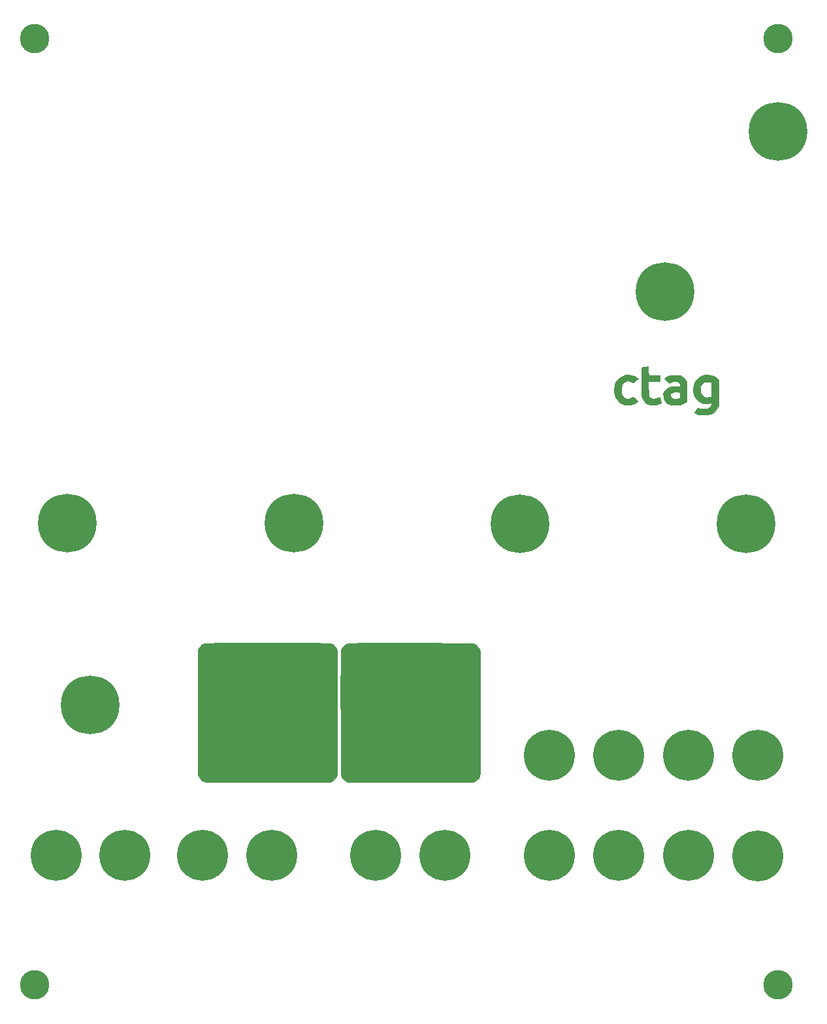
<source format=gbs>
G04 #@! TF.GenerationSoftware,KiCad,Pcbnew,(5.1.2)-1*
G04 #@! TF.CreationDate,2019-05-17T09:45:12+02:00*
G04 #@! TF.ProjectId,frontplate-ctag,66726f6e-7470-46c6-9174-652d63746167,rev?*
G04 #@! TF.SameCoordinates,Original*
G04 #@! TF.FileFunction,Soldermask,Bot*
G04 #@! TF.FilePolarity,Negative*
%FSLAX46Y46*%
G04 Gerber Fmt 4.6, Leading zero omitted, Abs format (unit mm)*
G04 Created by KiCad (PCBNEW (5.1.2)-1) date 2019-05-17 09:45:12*
%MOMM*%
%LPD*%
G04 APERTURE LIST*
%ADD10C,0.010000*%
%ADD11C,7.600000*%
%ADD12C,7.600001*%
%ADD13C,6.600000*%
%ADD14C,6.600001*%
%ADD15C,3.800000*%
G04 APERTURE END LIST*
D10*
G36*
X94545861Y-118339166D02*
G01*
X95161560Y-118339843D01*
X95714175Y-118341075D01*
X96207304Y-118342997D01*
X96644543Y-118345742D01*
X97029490Y-118349442D01*
X97365742Y-118354232D01*
X97656895Y-118360246D01*
X97906548Y-118367615D01*
X98118296Y-118376475D01*
X98295738Y-118386957D01*
X98442470Y-118399197D01*
X98562090Y-118413326D01*
X98658194Y-118429480D01*
X98734380Y-118447790D01*
X98794244Y-118468391D01*
X98841384Y-118491416D01*
X98879398Y-118516998D01*
X98911881Y-118545271D01*
X98942431Y-118576368D01*
X98974646Y-118610423D01*
X99012122Y-118647570D01*
X99025219Y-118659597D01*
X99183058Y-118830515D01*
X99308834Y-119020736D01*
X99332381Y-119068451D01*
X99433380Y-119291947D01*
X99433380Y-127314114D01*
X99433362Y-128282518D01*
X99433283Y-129169900D01*
X99433108Y-129979903D01*
X99432801Y-130716170D01*
X99432326Y-131382347D01*
X99431646Y-131982076D01*
X99430727Y-132519002D01*
X99429531Y-132996768D01*
X99428024Y-133419018D01*
X99426169Y-133789396D01*
X99423930Y-134111547D01*
X99421271Y-134389113D01*
X99418157Y-134625738D01*
X99414552Y-134825068D01*
X99410419Y-134990744D01*
X99405722Y-135126412D01*
X99400426Y-135235715D01*
X99394495Y-135322296D01*
X99387893Y-135389801D01*
X99380584Y-135441872D01*
X99372532Y-135482154D01*
X99363701Y-135514290D01*
X99354055Y-135541925D01*
X99352209Y-135546754D01*
X99226366Y-135777473D01*
X99041837Y-135994879D01*
X98823609Y-136172725D01*
X98680429Y-136252477D01*
X98459713Y-136352280D01*
X90543380Y-136357961D01*
X89727861Y-136358378D01*
X88933277Y-136358455D01*
X88163922Y-136358206D01*
X87424091Y-136357643D01*
X86718077Y-136356782D01*
X86050175Y-136355635D01*
X85424680Y-136354217D01*
X84845884Y-136352541D01*
X84318084Y-136350620D01*
X83845572Y-136348469D01*
X83432643Y-136346102D01*
X83083591Y-136343531D01*
X82802711Y-136340771D01*
X82594297Y-136337835D01*
X82462642Y-136334737D01*
X82414487Y-136332015D01*
X82119819Y-136247046D01*
X81853383Y-136090721D01*
X81630476Y-135875357D01*
X81466391Y-135613271D01*
X81437725Y-135545464D01*
X81427985Y-135518309D01*
X81419062Y-135487101D01*
X81410920Y-135448197D01*
X81403522Y-135397954D01*
X81396834Y-135332729D01*
X81390820Y-135248880D01*
X81385444Y-135142763D01*
X81380669Y-135010736D01*
X81376462Y-134849155D01*
X81372785Y-134654379D01*
X81369603Y-134422763D01*
X81366881Y-134150666D01*
X81364583Y-133834444D01*
X81362672Y-133470455D01*
X81361114Y-133055056D01*
X81359872Y-132584603D01*
X81358912Y-132055455D01*
X81358196Y-131463967D01*
X81357690Y-130806498D01*
X81357358Y-130079404D01*
X81357164Y-129279043D01*
X81357072Y-128401772D01*
X81357047Y-127443947D01*
X81357047Y-119291947D01*
X81475840Y-119050036D01*
X81579575Y-118878975D01*
X81711696Y-118713407D01*
X81785105Y-118640465D01*
X81823382Y-118604617D01*
X81855717Y-118571717D01*
X81885707Y-118541639D01*
X81916948Y-118514257D01*
X81953038Y-118489446D01*
X81997574Y-118467079D01*
X82054153Y-118447030D01*
X82126370Y-118429175D01*
X82217825Y-118413387D01*
X82332112Y-118399541D01*
X82472830Y-118387511D01*
X82643574Y-118377170D01*
X82847943Y-118368394D01*
X83089532Y-118361057D01*
X83371940Y-118355032D01*
X83698762Y-118350195D01*
X84073595Y-118346419D01*
X84500037Y-118343578D01*
X84981685Y-118341547D01*
X85522135Y-118340200D01*
X86124984Y-118339412D01*
X86793829Y-118339056D01*
X87532267Y-118339007D01*
X88343896Y-118339139D01*
X89232311Y-118339326D01*
X90201110Y-118339443D01*
X90395213Y-118339447D01*
X91380287Y-118339347D01*
X92284292Y-118339135D01*
X93110824Y-118338945D01*
X93863482Y-118338911D01*
X94545861Y-118339166D01*
X94545861Y-118339166D01*
G37*
X94545861Y-118339166D02*
X95161560Y-118339843D01*
X95714175Y-118341075D01*
X96207304Y-118342997D01*
X96644543Y-118345742D01*
X97029490Y-118349442D01*
X97365742Y-118354232D01*
X97656895Y-118360246D01*
X97906548Y-118367615D01*
X98118296Y-118376475D01*
X98295738Y-118386957D01*
X98442470Y-118399197D01*
X98562090Y-118413326D01*
X98658194Y-118429480D01*
X98734380Y-118447790D01*
X98794244Y-118468391D01*
X98841384Y-118491416D01*
X98879398Y-118516998D01*
X98911881Y-118545271D01*
X98942431Y-118576368D01*
X98974646Y-118610423D01*
X99012122Y-118647570D01*
X99025219Y-118659597D01*
X99183058Y-118830515D01*
X99308834Y-119020736D01*
X99332381Y-119068451D01*
X99433380Y-119291947D01*
X99433380Y-127314114D01*
X99433362Y-128282518D01*
X99433283Y-129169900D01*
X99433108Y-129979903D01*
X99432801Y-130716170D01*
X99432326Y-131382347D01*
X99431646Y-131982076D01*
X99430727Y-132519002D01*
X99429531Y-132996768D01*
X99428024Y-133419018D01*
X99426169Y-133789396D01*
X99423930Y-134111547D01*
X99421271Y-134389113D01*
X99418157Y-134625738D01*
X99414552Y-134825068D01*
X99410419Y-134990744D01*
X99405722Y-135126412D01*
X99400426Y-135235715D01*
X99394495Y-135322296D01*
X99387893Y-135389801D01*
X99380584Y-135441872D01*
X99372532Y-135482154D01*
X99363701Y-135514290D01*
X99354055Y-135541925D01*
X99352209Y-135546754D01*
X99226366Y-135777473D01*
X99041837Y-135994879D01*
X98823609Y-136172725D01*
X98680429Y-136252477D01*
X98459713Y-136352280D01*
X90543380Y-136357961D01*
X89727861Y-136358378D01*
X88933277Y-136358455D01*
X88163922Y-136358206D01*
X87424091Y-136357643D01*
X86718077Y-136356782D01*
X86050175Y-136355635D01*
X85424680Y-136354217D01*
X84845884Y-136352541D01*
X84318084Y-136350620D01*
X83845572Y-136348469D01*
X83432643Y-136346102D01*
X83083591Y-136343531D01*
X82802711Y-136340771D01*
X82594297Y-136337835D01*
X82462642Y-136334737D01*
X82414487Y-136332015D01*
X82119819Y-136247046D01*
X81853383Y-136090721D01*
X81630476Y-135875357D01*
X81466391Y-135613271D01*
X81437725Y-135545464D01*
X81427985Y-135518309D01*
X81419062Y-135487101D01*
X81410920Y-135448197D01*
X81403522Y-135397954D01*
X81396834Y-135332729D01*
X81390820Y-135248880D01*
X81385444Y-135142763D01*
X81380669Y-135010736D01*
X81376462Y-134849155D01*
X81372785Y-134654379D01*
X81369603Y-134422763D01*
X81366881Y-134150666D01*
X81364583Y-133834444D01*
X81362672Y-133470455D01*
X81361114Y-133055056D01*
X81359872Y-132584603D01*
X81358912Y-132055455D01*
X81358196Y-131463967D01*
X81357690Y-130806498D01*
X81357358Y-130079404D01*
X81357164Y-129279043D01*
X81357072Y-128401772D01*
X81357047Y-127443947D01*
X81357047Y-119291947D01*
X81475840Y-119050036D01*
X81579575Y-118878975D01*
X81711696Y-118713407D01*
X81785105Y-118640465D01*
X81823382Y-118604617D01*
X81855717Y-118571717D01*
X81885707Y-118541639D01*
X81916948Y-118514257D01*
X81953038Y-118489446D01*
X81997574Y-118467079D01*
X82054153Y-118447030D01*
X82126370Y-118429175D01*
X82217825Y-118413387D01*
X82332112Y-118399541D01*
X82472830Y-118387511D01*
X82643574Y-118377170D01*
X82847943Y-118368394D01*
X83089532Y-118361057D01*
X83371940Y-118355032D01*
X83698762Y-118350195D01*
X84073595Y-118346419D01*
X84500037Y-118343578D01*
X84981685Y-118341547D01*
X85522135Y-118340200D01*
X86124984Y-118339412D01*
X86793829Y-118339056D01*
X87532267Y-118339007D01*
X88343896Y-118339139D01*
X89232311Y-118339326D01*
X90201110Y-118339443D01*
X90395213Y-118339447D01*
X91380287Y-118339347D01*
X92284292Y-118339135D01*
X93110824Y-118338945D01*
X93863482Y-118338911D01*
X94545861Y-118339166D01*
G36*
X105171617Y-118344373D02*
G01*
X105880537Y-118345016D01*
X106661090Y-118346008D01*
X107516901Y-118347248D01*
X108451596Y-118348634D01*
X109046199Y-118349486D01*
X117001713Y-118360614D01*
X117222429Y-118460417D01*
X117449050Y-118599971D01*
X117657673Y-118795581D01*
X117823313Y-119020999D01*
X117894209Y-119166139D01*
X117904044Y-119193450D01*
X117913052Y-119224607D01*
X117921268Y-119263269D01*
X117928730Y-119313095D01*
X117935472Y-119377744D01*
X117941532Y-119460875D01*
X117946946Y-119566148D01*
X117951751Y-119697221D01*
X117955982Y-119857754D01*
X117959676Y-120051406D01*
X117962869Y-120281835D01*
X117965599Y-120552702D01*
X117967900Y-120867664D01*
X117969810Y-121230382D01*
X117971365Y-121644515D01*
X117972601Y-122113720D01*
X117973554Y-122641659D01*
X117974262Y-123231989D01*
X117974759Y-123888371D01*
X117975083Y-124614462D01*
X117975271Y-125413922D01*
X117975357Y-126290411D01*
X117975380Y-127247587D01*
X117975380Y-127335280D01*
X117975419Y-128312759D01*
X117975472Y-129209209D01*
X117975442Y-130028269D01*
X117975232Y-130773576D01*
X117974746Y-131448770D01*
X117973885Y-132057487D01*
X117972555Y-132603366D01*
X117970657Y-133090046D01*
X117968095Y-133521164D01*
X117964771Y-133900358D01*
X117960590Y-134231267D01*
X117955454Y-134517528D01*
X117949266Y-134762780D01*
X117941930Y-134970660D01*
X117933348Y-135144808D01*
X117923424Y-135288861D01*
X117912061Y-135406456D01*
X117899162Y-135501233D01*
X117884631Y-135576830D01*
X117868369Y-135636883D01*
X117850281Y-135685033D01*
X117830269Y-135724916D01*
X117808237Y-135760170D01*
X117784088Y-135794435D01*
X117757725Y-135831347D01*
X117748828Y-135844280D01*
X117604371Y-136007562D01*
X117410541Y-136161381D01*
X117201306Y-136281349D01*
X117072719Y-136329737D01*
X117007632Y-136335813D01*
X116857941Y-136341394D01*
X116623707Y-136346480D01*
X116304992Y-136351071D01*
X115901857Y-136355167D01*
X115414364Y-136358767D01*
X114842574Y-136361871D01*
X114186548Y-136364478D01*
X113446347Y-136366589D01*
X112622034Y-136368203D01*
X111713668Y-136369319D01*
X110721313Y-136369938D01*
X109645028Y-136370059D01*
X108894880Y-136369869D01*
X107914608Y-136369428D01*
X107015493Y-136368878D01*
X106194027Y-136368191D01*
X105446700Y-136367338D01*
X104770004Y-136366291D01*
X104160428Y-136365021D01*
X103614465Y-136363499D01*
X103128605Y-136361699D01*
X102699340Y-136359590D01*
X102323159Y-136357145D01*
X101996554Y-136354334D01*
X101716016Y-136351131D01*
X101478036Y-136347506D01*
X101279104Y-136343431D01*
X101115712Y-136338877D01*
X100984350Y-136333816D01*
X100881510Y-136328219D01*
X100803683Y-136322059D01*
X100747359Y-136315306D01*
X100709029Y-136307933D01*
X100693837Y-136303424D01*
X100492664Y-136198411D01*
X100292544Y-136036240D01*
X100118720Y-135840889D01*
X100000046Y-135644443D01*
X99899047Y-135420947D01*
X99887846Y-127483447D01*
X99886505Y-126392451D01*
X99885685Y-125384892D01*
X99885391Y-124459541D01*
X99885627Y-123615170D01*
X99886400Y-122850549D01*
X99887713Y-122164452D01*
X99889572Y-121555648D01*
X99891983Y-121022911D01*
X99894950Y-120565010D01*
X99898478Y-120180718D01*
X99902573Y-119868807D01*
X99907239Y-119628047D01*
X99912482Y-119457210D01*
X99918307Y-119355068D01*
X99921772Y-119327668D01*
X100015001Y-119062509D01*
X100172323Y-118815920D01*
X100374366Y-118617140D01*
X100409220Y-118591951D01*
X100451528Y-118561734D01*
X100489317Y-118534005D01*
X100526214Y-118508661D01*
X100565844Y-118485601D01*
X100611834Y-118464723D01*
X100667810Y-118445925D01*
X100737398Y-118429106D01*
X100824225Y-118414164D01*
X100931917Y-118400996D01*
X101064099Y-118389502D01*
X101224399Y-118379578D01*
X101416443Y-118371125D01*
X101643856Y-118364039D01*
X101910265Y-118358219D01*
X102219296Y-118353563D01*
X102574575Y-118349969D01*
X102979729Y-118347336D01*
X103438384Y-118345562D01*
X103954167Y-118344545D01*
X104530702Y-118344182D01*
X105171617Y-118344373D01*
X105171617Y-118344373D01*
G37*
X105171617Y-118344373D02*
X105880537Y-118345016D01*
X106661090Y-118346008D01*
X107516901Y-118347248D01*
X108451596Y-118348634D01*
X109046199Y-118349486D01*
X117001713Y-118360614D01*
X117222429Y-118460417D01*
X117449050Y-118599971D01*
X117657673Y-118795581D01*
X117823313Y-119020999D01*
X117894209Y-119166139D01*
X117904044Y-119193450D01*
X117913052Y-119224607D01*
X117921268Y-119263269D01*
X117928730Y-119313095D01*
X117935472Y-119377744D01*
X117941532Y-119460875D01*
X117946946Y-119566148D01*
X117951751Y-119697221D01*
X117955982Y-119857754D01*
X117959676Y-120051406D01*
X117962869Y-120281835D01*
X117965599Y-120552702D01*
X117967900Y-120867664D01*
X117969810Y-121230382D01*
X117971365Y-121644515D01*
X117972601Y-122113720D01*
X117973554Y-122641659D01*
X117974262Y-123231989D01*
X117974759Y-123888371D01*
X117975083Y-124614462D01*
X117975271Y-125413922D01*
X117975357Y-126290411D01*
X117975380Y-127247587D01*
X117975380Y-127335280D01*
X117975419Y-128312759D01*
X117975472Y-129209209D01*
X117975442Y-130028269D01*
X117975232Y-130773576D01*
X117974746Y-131448770D01*
X117973885Y-132057487D01*
X117972555Y-132603366D01*
X117970657Y-133090046D01*
X117968095Y-133521164D01*
X117964771Y-133900358D01*
X117960590Y-134231267D01*
X117955454Y-134517528D01*
X117949266Y-134762780D01*
X117941930Y-134970660D01*
X117933348Y-135144808D01*
X117923424Y-135288861D01*
X117912061Y-135406456D01*
X117899162Y-135501233D01*
X117884631Y-135576830D01*
X117868369Y-135636883D01*
X117850281Y-135685033D01*
X117830269Y-135724916D01*
X117808237Y-135760170D01*
X117784088Y-135794435D01*
X117757725Y-135831347D01*
X117748828Y-135844280D01*
X117604371Y-136007562D01*
X117410541Y-136161381D01*
X117201306Y-136281349D01*
X117072719Y-136329737D01*
X117007632Y-136335813D01*
X116857941Y-136341394D01*
X116623707Y-136346480D01*
X116304992Y-136351071D01*
X115901857Y-136355167D01*
X115414364Y-136358767D01*
X114842574Y-136361871D01*
X114186548Y-136364478D01*
X113446347Y-136366589D01*
X112622034Y-136368203D01*
X111713668Y-136369319D01*
X110721313Y-136369938D01*
X109645028Y-136370059D01*
X108894880Y-136369869D01*
X107914608Y-136369428D01*
X107015493Y-136368878D01*
X106194027Y-136368191D01*
X105446700Y-136367338D01*
X104770004Y-136366291D01*
X104160428Y-136365021D01*
X103614465Y-136363499D01*
X103128605Y-136361699D01*
X102699340Y-136359590D01*
X102323159Y-136357145D01*
X101996554Y-136354334D01*
X101716016Y-136351131D01*
X101478036Y-136347506D01*
X101279104Y-136343431D01*
X101115712Y-136338877D01*
X100984350Y-136333816D01*
X100881510Y-136328219D01*
X100803683Y-136322059D01*
X100747359Y-136315306D01*
X100709029Y-136307933D01*
X100693837Y-136303424D01*
X100492664Y-136198411D01*
X100292544Y-136036240D01*
X100118720Y-135840889D01*
X100000046Y-135644443D01*
X99899047Y-135420947D01*
X99887846Y-127483447D01*
X99886505Y-126392451D01*
X99885685Y-125384892D01*
X99885391Y-124459541D01*
X99885627Y-123615170D01*
X99886400Y-122850549D01*
X99887713Y-122164452D01*
X99889572Y-121555648D01*
X99891983Y-121022911D01*
X99894950Y-120565010D01*
X99898478Y-120180718D01*
X99902573Y-119868807D01*
X99907239Y-119628047D01*
X99912482Y-119457210D01*
X99918307Y-119355068D01*
X99921772Y-119327668D01*
X100015001Y-119062509D01*
X100172323Y-118815920D01*
X100374366Y-118617140D01*
X100409220Y-118591951D01*
X100451528Y-118561734D01*
X100489317Y-118534005D01*
X100526214Y-118508661D01*
X100565844Y-118485601D01*
X100611834Y-118464723D01*
X100667810Y-118445925D01*
X100737398Y-118429106D01*
X100824225Y-118414164D01*
X100931917Y-118400996D01*
X101064099Y-118389502D01*
X101224399Y-118379578D01*
X101416443Y-118371125D01*
X101643856Y-118364039D01*
X101910265Y-118358219D01*
X102219296Y-118353563D01*
X102574575Y-118349969D01*
X102979729Y-118347336D01*
X103438384Y-118345562D01*
X103954167Y-118344545D01*
X104530702Y-118344182D01*
X105171617Y-118344373D01*
G36*
X147809676Y-83664528D02*
G01*
X148161665Y-83777781D01*
X148495932Y-83970080D01*
X148679824Y-84114527D01*
X148861934Y-84271467D01*
X148836380Y-87668947D01*
X148726266Y-87903712D01*
X148566088Y-88179137D01*
X148366570Y-88398800D01*
X148120923Y-88565962D01*
X147822360Y-88683882D01*
X147464089Y-88755821D01*
X147039324Y-88785037D01*
X146889047Y-88785902D01*
X146672961Y-88781315D01*
X146472496Y-88771622D01*
X146311607Y-88758302D01*
X146221639Y-88744719D01*
X146077422Y-88699530D01*
X145922587Y-88635320D01*
X145892318Y-88620480D01*
X145722405Y-88533797D01*
X145878763Y-88249538D01*
X145974539Y-88076002D01*
X146041730Y-87965096D01*
X146094060Y-87906113D01*
X146145253Y-87888347D01*
X146209035Y-87901091D01*
X146288600Y-87929817D01*
X146416276Y-87963203D01*
X146594320Y-87993198D01*
X146788461Y-88014260D01*
X146827882Y-88017018D01*
X147174546Y-88015786D01*
X147454959Y-87963877D01*
X147671557Y-87860115D01*
X147826777Y-87703323D01*
X147923057Y-87492325D01*
X147924350Y-87487716D01*
X147963885Y-87332121D01*
X147968619Y-87244997D01*
X147929314Y-87214101D01*
X147836731Y-87227187D01*
X147746873Y-87252507D01*
X147498638Y-87298527D01*
X147213299Y-87307937D01*
X146923205Y-87282785D01*
X146660701Y-87225118D01*
X146529213Y-87175443D01*
X146210448Y-86983405D01*
X145953531Y-86734145D01*
X145760018Y-86429885D01*
X145631468Y-86072846D01*
X145585513Y-85829296D01*
X145571384Y-85514539D01*
X146490167Y-85514539D01*
X146505412Y-85785893D01*
X146528252Y-85887514D01*
X146606138Y-86066931D01*
X146729534Y-86246431D01*
X146875874Y-86398003D01*
X147013349Y-86489610D01*
X147159705Y-86525911D01*
X147352818Y-86534256D01*
X147560100Y-86516237D01*
X147748965Y-86473443D01*
X147809797Y-86450728D01*
X147968547Y-86382100D01*
X147968547Y-84614087D01*
X147856304Y-84554017D01*
X147740508Y-84518829D01*
X147562510Y-84498173D01*
X147419296Y-84493947D01*
X147239835Y-84498172D01*
X147115224Y-84515278D01*
X147015878Y-84551909D01*
X146927709Y-84604343D01*
X146756280Y-84764701D01*
X146621968Y-84983489D01*
X146531141Y-85240253D01*
X146490167Y-85514539D01*
X145571384Y-85514539D01*
X145566581Y-85407550D01*
X145620896Y-85015291D01*
X145743088Y-84658928D01*
X145927786Y-84344874D01*
X146169620Y-84079536D01*
X146463218Y-83869326D01*
X146803211Y-83720653D01*
X147184227Y-83639927D01*
X147430880Y-83626775D01*
X147809676Y-83664528D01*
X147809676Y-83664528D01*
G37*
X147809676Y-83664528D02*
X148161665Y-83777781D01*
X148495932Y-83970080D01*
X148679824Y-84114527D01*
X148861934Y-84271467D01*
X148836380Y-87668947D01*
X148726266Y-87903712D01*
X148566088Y-88179137D01*
X148366570Y-88398800D01*
X148120923Y-88565962D01*
X147822360Y-88683882D01*
X147464089Y-88755821D01*
X147039324Y-88785037D01*
X146889047Y-88785902D01*
X146672961Y-88781315D01*
X146472496Y-88771622D01*
X146311607Y-88758302D01*
X146221639Y-88744719D01*
X146077422Y-88699530D01*
X145922587Y-88635320D01*
X145892318Y-88620480D01*
X145722405Y-88533797D01*
X145878763Y-88249538D01*
X145974539Y-88076002D01*
X146041730Y-87965096D01*
X146094060Y-87906113D01*
X146145253Y-87888347D01*
X146209035Y-87901091D01*
X146288600Y-87929817D01*
X146416276Y-87963203D01*
X146594320Y-87993198D01*
X146788461Y-88014260D01*
X146827882Y-88017018D01*
X147174546Y-88015786D01*
X147454959Y-87963877D01*
X147671557Y-87860115D01*
X147826777Y-87703323D01*
X147923057Y-87492325D01*
X147924350Y-87487716D01*
X147963885Y-87332121D01*
X147968619Y-87244997D01*
X147929314Y-87214101D01*
X147836731Y-87227187D01*
X147746873Y-87252507D01*
X147498638Y-87298527D01*
X147213299Y-87307937D01*
X146923205Y-87282785D01*
X146660701Y-87225118D01*
X146529213Y-87175443D01*
X146210448Y-86983405D01*
X145953531Y-86734145D01*
X145760018Y-86429885D01*
X145631468Y-86072846D01*
X145585513Y-85829296D01*
X145571384Y-85514539D01*
X146490167Y-85514539D01*
X146505412Y-85785893D01*
X146528252Y-85887514D01*
X146606138Y-86066931D01*
X146729534Y-86246431D01*
X146875874Y-86398003D01*
X147013349Y-86489610D01*
X147159705Y-86525911D01*
X147352818Y-86534256D01*
X147560100Y-86516237D01*
X147748965Y-86473443D01*
X147809797Y-86450728D01*
X147968547Y-86382100D01*
X147968547Y-84614087D01*
X147856304Y-84554017D01*
X147740508Y-84518829D01*
X147562510Y-84498173D01*
X147419296Y-84493947D01*
X147239835Y-84498172D01*
X147115224Y-84515278D01*
X147015878Y-84551909D01*
X146927709Y-84604343D01*
X146756280Y-84764701D01*
X146621968Y-84983489D01*
X146531141Y-85240253D01*
X146490167Y-85514539D01*
X145571384Y-85514539D01*
X145566581Y-85407550D01*
X145620896Y-85015291D01*
X145743088Y-84658928D01*
X145927786Y-84344874D01*
X146169620Y-84079536D01*
X146463218Y-83869326D01*
X146803211Y-83720653D01*
X147184227Y-83639927D01*
X147430880Y-83626775D01*
X147809676Y-83664528D01*
G36*
X137562721Y-83654089D02*
G01*
X137926811Y-83782939D01*
X137956713Y-83797381D01*
X138106703Y-83876985D01*
X138240146Y-83957349D01*
X138315748Y-84011382D01*
X138420783Y-84100032D01*
X138231082Y-84266681D01*
X138098844Y-84380822D01*
X137967633Y-84490899D01*
X137904523Y-84542193D01*
X137767666Y-84651054D01*
X137569182Y-84519584D01*
X137338011Y-84411784D01*
X137100415Y-84381109D01*
X136869390Y-84422276D01*
X136657934Y-84530000D01*
X136479043Y-84698998D01*
X136345715Y-84923987D01*
X136306757Y-85032805D01*
X136270447Y-85213891D01*
X136249369Y-85441427D01*
X136244175Y-85683359D01*
X136255523Y-85907630D01*
X136284066Y-86082184D01*
X136285225Y-86086427D01*
X136395691Y-86334523D01*
X136569919Y-86533599D01*
X136796553Y-86673701D01*
X137031192Y-86740433D01*
X137204974Y-86735139D01*
X137402812Y-86681873D01*
X137589021Y-86592652D01*
X137689535Y-86518717D01*
X137728387Y-86491659D01*
X137771840Y-86490477D01*
X137834458Y-86522739D01*
X137930807Y-86596016D01*
X138075452Y-86717876D01*
X138079587Y-86721417D01*
X138212779Y-86840163D01*
X138315939Y-86941086D01*
X138375581Y-87010475D01*
X138384779Y-87031682D01*
X138336609Y-87092655D01*
X138229701Y-87173123D01*
X138084030Y-87261396D01*
X137919573Y-87345789D01*
X137756306Y-87414614D01*
X137694350Y-87435618D01*
X137353453Y-87503824D01*
X136991543Y-87511837D01*
X136647320Y-87458935D01*
X136633825Y-87455369D01*
X136272100Y-87318002D01*
X135964985Y-87116862D01*
X135714763Y-86854735D01*
X135523715Y-86534408D01*
X135394122Y-86158667D01*
X135343035Y-85879078D01*
X135323899Y-85438126D01*
X135382338Y-85030777D01*
X135518661Y-84656021D01*
X135733175Y-84312846D01*
X135868165Y-84154586D01*
X136153929Y-83908073D01*
X136477175Y-83732901D01*
X136826995Y-83630936D01*
X137192479Y-83604044D01*
X137562721Y-83654089D01*
X137562721Y-83654089D01*
G37*
X137562721Y-83654089D02*
X137926811Y-83782939D01*
X137956713Y-83797381D01*
X138106703Y-83876985D01*
X138240146Y-83957349D01*
X138315748Y-84011382D01*
X138420783Y-84100032D01*
X138231082Y-84266681D01*
X138098844Y-84380822D01*
X137967633Y-84490899D01*
X137904523Y-84542193D01*
X137767666Y-84651054D01*
X137569182Y-84519584D01*
X137338011Y-84411784D01*
X137100415Y-84381109D01*
X136869390Y-84422276D01*
X136657934Y-84530000D01*
X136479043Y-84698998D01*
X136345715Y-84923987D01*
X136306757Y-85032805D01*
X136270447Y-85213891D01*
X136249369Y-85441427D01*
X136244175Y-85683359D01*
X136255523Y-85907630D01*
X136284066Y-86082184D01*
X136285225Y-86086427D01*
X136395691Y-86334523D01*
X136569919Y-86533599D01*
X136796553Y-86673701D01*
X137031192Y-86740433D01*
X137204974Y-86735139D01*
X137402812Y-86681873D01*
X137589021Y-86592652D01*
X137689535Y-86518717D01*
X137728387Y-86491659D01*
X137771840Y-86490477D01*
X137834458Y-86522739D01*
X137930807Y-86596016D01*
X138075452Y-86717876D01*
X138079587Y-86721417D01*
X138212779Y-86840163D01*
X138315939Y-86941086D01*
X138375581Y-87010475D01*
X138384779Y-87031682D01*
X138336609Y-87092655D01*
X138229701Y-87173123D01*
X138084030Y-87261396D01*
X137919573Y-87345789D01*
X137756306Y-87414614D01*
X137694350Y-87435618D01*
X137353453Y-87503824D01*
X136991543Y-87511837D01*
X136647320Y-87458935D01*
X136633825Y-87455369D01*
X136272100Y-87318002D01*
X135964985Y-87116862D01*
X135714763Y-86854735D01*
X135523715Y-86534408D01*
X135394122Y-86158667D01*
X135343035Y-85879078D01*
X135323899Y-85438126D01*
X135382338Y-85030777D01*
X135518661Y-84656021D01*
X135733175Y-84312846D01*
X135868165Y-84154586D01*
X136153929Y-83908073D01*
X136477175Y-83732901D01*
X136826995Y-83630936D01*
X137192479Y-83604044D01*
X137562721Y-83654089D01*
G36*
X139722952Y-82543134D02*
G01*
X139740312Y-82582398D01*
X139751220Y-82663446D01*
X139758046Y-82798894D01*
X139763159Y-83001361D01*
X139765241Y-83103248D01*
X139777047Y-83689614D01*
X140507297Y-83701196D01*
X141237547Y-83712779D01*
X141237547Y-84472780D01*
X139748723Y-84472780D01*
X139762885Y-85400773D01*
X139767733Y-85703812D01*
X139772698Y-85933919D01*
X139779130Y-86102819D01*
X139788380Y-86222238D01*
X139801800Y-86303901D01*
X139820741Y-86359533D01*
X139846555Y-86400861D01*
X139880592Y-86439609D01*
X139882880Y-86442060D01*
X139991885Y-86536349D01*
X140126736Y-86625357D01*
X140154609Y-86640406D01*
X140311209Y-86693972D01*
X140494148Y-86701868D01*
X140718326Y-86663139D01*
X140965437Y-86588395D01*
X141094542Y-86545985D01*
X141185853Y-86519796D01*
X141216978Y-86515254D01*
X141229250Y-86558454D01*
X141255419Y-86664979D01*
X141290811Y-86815550D01*
X141308579Y-86892888D01*
X141392306Y-87259830D01*
X141283176Y-87310234D01*
X141025527Y-87402795D01*
X140727599Y-87468004D01*
X140420569Y-87501847D01*
X140135610Y-87500310D01*
X139976966Y-87478431D01*
X139690894Y-87380068D01*
X139424222Y-87217763D01*
X139195547Y-87006956D01*
X139023471Y-86763085D01*
X138966896Y-86640015D01*
X138948603Y-86585153D01*
X138933317Y-86519777D01*
X138920689Y-86435827D01*
X138910372Y-86325239D01*
X138902015Y-86179950D01*
X138895270Y-85991898D01*
X138889789Y-85753020D01*
X138885223Y-85455253D01*
X138881223Y-85090535D01*
X138877440Y-84650803D01*
X138876689Y-84554549D01*
X138862159Y-82667818D01*
X139213770Y-82614953D01*
X139389022Y-82587616D01*
X139541399Y-82562084D01*
X139643996Y-82542915D01*
X139659407Y-82539485D01*
X139696774Y-82533036D01*
X139722952Y-82543134D01*
X139722952Y-82543134D01*
G37*
X139722952Y-82543134D02*
X139740312Y-82582398D01*
X139751220Y-82663446D01*
X139758046Y-82798894D01*
X139763159Y-83001361D01*
X139765241Y-83103248D01*
X139777047Y-83689614D01*
X140507297Y-83701196D01*
X141237547Y-83712779D01*
X141237547Y-84472780D01*
X139748723Y-84472780D01*
X139762885Y-85400773D01*
X139767733Y-85703812D01*
X139772698Y-85933919D01*
X139779130Y-86102819D01*
X139788380Y-86222238D01*
X139801800Y-86303901D01*
X139820741Y-86359533D01*
X139846555Y-86400861D01*
X139880592Y-86439609D01*
X139882880Y-86442060D01*
X139991885Y-86536349D01*
X140126736Y-86625357D01*
X140154609Y-86640406D01*
X140311209Y-86693972D01*
X140494148Y-86701868D01*
X140718326Y-86663139D01*
X140965437Y-86588395D01*
X141094542Y-86545985D01*
X141185853Y-86519796D01*
X141216978Y-86515254D01*
X141229250Y-86558454D01*
X141255419Y-86664979D01*
X141290811Y-86815550D01*
X141308579Y-86892888D01*
X141392306Y-87259830D01*
X141283176Y-87310234D01*
X141025527Y-87402795D01*
X140727599Y-87468004D01*
X140420569Y-87501847D01*
X140135610Y-87500310D01*
X139976966Y-87478431D01*
X139690894Y-87380068D01*
X139424222Y-87217763D01*
X139195547Y-87006956D01*
X139023471Y-86763085D01*
X138966896Y-86640015D01*
X138948603Y-86585153D01*
X138933317Y-86519777D01*
X138920689Y-86435827D01*
X138910372Y-86325239D01*
X138902015Y-86179950D01*
X138895270Y-85991898D01*
X138889789Y-85753020D01*
X138885223Y-85455253D01*
X138881223Y-85090535D01*
X138877440Y-84650803D01*
X138876689Y-84554549D01*
X138862159Y-82667818D01*
X139213770Y-82614953D01*
X139389022Y-82587616D01*
X139541399Y-82562084D01*
X139643996Y-82542915D01*
X139659407Y-82539485D01*
X139696774Y-82533036D01*
X139722952Y-82543134D01*
G36*
X143452467Y-83648822D02*
G01*
X143632457Y-83654842D01*
X143764216Y-83667427D01*
X143865948Y-83688668D01*
X143955852Y-83720652D01*
X143994395Y-83737760D01*
X144259125Y-83899838D01*
X144477732Y-84113550D01*
X144629736Y-84356717D01*
X144658500Y-84422768D01*
X144681165Y-84486197D01*
X144698456Y-84557656D01*
X144711100Y-84647799D01*
X144719823Y-84767277D01*
X144725353Y-84926745D01*
X144728415Y-85136854D01*
X144729736Y-85408258D01*
X144730043Y-85751609D01*
X144730047Y-85827447D01*
X144730047Y-87076280D01*
X144412547Y-87234395D01*
X144223730Y-87320432D01*
X144024107Y-87398797D01*
X143854441Y-87453591D01*
X143842736Y-87456645D01*
X143627895Y-87493399D01*
X143365266Y-87512119D01*
X143089917Y-87512191D01*
X142836915Y-87492998D01*
X142730630Y-87476158D01*
X142399791Y-87376809D01*
X142129337Y-87223152D01*
X141922776Y-87018693D01*
X141783613Y-86766940D01*
X141715354Y-86471399D01*
X141714208Y-86459387D01*
X141713139Y-86319872D01*
X142629900Y-86319872D01*
X142681301Y-86497800D01*
X142755739Y-86602454D01*
X142869048Y-86667613D01*
X143041930Y-86710006D01*
X143252025Y-86728218D01*
X143476976Y-86720832D01*
X143694426Y-86686433D01*
X143768502Y-86666576D01*
X143907623Y-86624199D01*
X143895502Y-86236406D01*
X143883380Y-85848614D01*
X143469644Y-85836485D01*
X143166621Y-85841372D01*
X142937224Y-85877469D01*
X142775579Y-85946872D01*
X142675809Y-86051675D01*
X142643558Y-86131070D01*
X142629900Y-86319872D01*
X141713139Y-86319872D01*
X141711670Y-86128308D01*
X141771337Y-85850550D01*
X141896169Y-85618947D01*
X142089127Y-85426337D01*
X142162684Y-85373794D01*
X142359593Y-85257460D01*
X142557016Y-85175505D01*
X142775590Y-85122999D01*
X143035950Y-85095013D01*
X143358730Y-85086616D01*
X143364802Y-85086614D01*
X143595338Y-85086259D01*
X143752727Y-85080804D01*
X143848477Y-85063659D01*
X143894095Y-85028236D01*
X143901090Y-84967946D01*
X143880967Y-84876201D01*
X143860519Y-84802789D01*
X143771604Y-84631570D01*
X143619317Y-84503849D01*
X143416268Y-84425780D01*
X143175072Y-84403514D01*
X143061166Y-84412840D01*
X142915346Y-84442056D01*
X142781788Y-84495813D01*
X142630764Y-84587687D01*
X142543261Y-84649369D01*
X142512376Y-84668002D01*
X142479000Y-84670925D01*
X142432406Y-84650881D01*
X142361869Y-84600614D01*
X142256661Y-84512867D01*
X142106056Y-84380384D01*
X141981577Y-84269379D01*
X141815442Y-84120989D01*
X141939244Y-84017842D01*
X142041848Y-83945952D01*
X142188815Y-83859034D01*
X142338213Y-83780988D01*
X142450766Y-83727882D01*
X142545100Y-83691101D01*
X142640657Y-83667649D01*
X142756882Y-83654531D01*
X142913218Y-83648751D01*
X143129108Y-83647313D01*
X143206047Y-83647280D01*
X143452467Y-83648822D01*
X143452467Y-83648822D01*
G37*
X143452467Y-83648822D02*
X143632457Y-83654842D01*
X143764216Y-83667427D01*
X143865948Y-83688668D01*
X143955852Y-83720652D01*
X143994395Y-83737760D01*
X144259125Y-83899838D01*
X144477732Y-84113550D01*
X144629736Y-84356717D01*
X144658500Y-84422768D01*
X144681165Y-84486197D01*
X144698456Y-84557656D01*
X144711100Y-84647799D01*
X144719823Y-84767277D01*
X144725353Y-84926745D01*
X144728415Y-85136854D01*
X144729736Y-85408258D01*
X144730043Y-85751609D01*
X144730047Y-85827447D01*
X144730047Y-87076280D01*
X144412547Y-87234395D01*
X144223730Y-87320432D01*
X144024107Y-87398797D01*
X143854441Y-87453591D01*
X143842736Y-87456645D01*
X143627895Y-87493399D01*
X143365266Y-87512119D01*
X143089917Y-87512191D01*
X142836915Y-87492998D01*
X142730630Y-87476158D01*
X142399791Y-87376809D01*
X142129337Y-87223152D01*
X141922776Y-87018693D01*
X141783613Y-86766940D01*
X141715354Y-86471399D01*
X141714208Y-86459387D01*
X141713139Y-86319872D01*
X142629900Y-86319872D01*
X142681301Y-86497800D01*
X142755739Y-86602454D01*
X142869048Y-86667613D01*
X143041930Y-86710006D01*
X143252025Y-86728218D01*
X143476976Y-86720832D01*
X143694426Y-86686433D01*
X143768502Y-86666576D01*
X143907623Y-86624199D01*
X143895502Y-86236406D01*
X143883380Y-85848614D01*
X143469644Y-85836485D01*
X143166621Y-85841372D01*
X142937224Y-85877469D01*
X142775579Y-85946872D01*
X142675809Y-86051675D01*
X142643558Y-86131070D01*
X142629900Y-86319872D01*
X141713139Y-86319872D01*
X141711670Y-86128308D01*
X141771337Y-85850550D01*
X141896169Y-85618947D01*
X142089127Y-85426337D01*
X142162684Y-85373794D01*
X142359593Y-85257460D01*
X142557016Y-85175505D01*
X142775590Y-85122999D01*
X143035950Y-85095013D01*
X143358730Y-85086616D01*
X143364802Y-85086614D01*
X143595338Y-85086259D01*
X143752727Y-85080804D01*
X143848477Y-85063659D01*
X143894095Y-85028236D01*
X143901090Y-84967946D01*
X143880967Y-84876201D01*
X143860519Y-84802789D01*
X143771604Y-84631570D01*
X143619317Y-84503849D01*
X143416268Y-84425780D01*
X143175072Y-84403514D01*
X143061166Y-84412840D01*
X142915346Y-84442056D01*
X142781788Y-84495813D01*
X142630764Y-84587687D01*
X142543261Y-84649369D01*
X142512376Y-84668002D01*
X142479000Y-84670925D01*
X142432406Y-84650881D01*
X142361869Y-84600614D01*
X142256661Y-84512867D01*
X142106056Y-84380384D01*
X141981577Y-84269379D01*
X141815442Y-84120989D01*
X141939244Y-84017842D01*
X142041848Y-83945952D01*
X142188815Y-83859034D01*
X142338213Y-83780988D01*
X142450766Y-83727882D01*
X142545100Y-83691101D01*
X142640657Y-83667649D01*
X142756882Y-83654531D01*
X142913218Y-83648751D01*
X143129108Y-83647313D01*
X143206047Y-83647280D01*
X143452467Y-83648822D01*
D11*
X156586879Y-52113780D03*
X152448972Y-102861361D03*
D12*
X123095708Y-102872256D03*
X93797524Y-102824916D03*
X64462586Y-102840381D03*
X141962972Y-72861114D03*
X67427950Y-126351504D03*
D13*
X62977886Y-145868120D03*
X71930285Y-145869240D03*
D14*
X81945483Y-145867220D03*
X90928445Y-145858820D03*
X104436940Y-145869250D03*
X113423879Y-145869230D03*
X126932477Y-132861453D03*
X135925237Y-132867885D03*
X144937733Y-132869548D03*
X153931059Y-132873256D03*
X126948918Y-145858640D03*
X135941670Y-145865070D03*
X144954167Y-145866730D03*
X153947499Y-145870440D03*
D15*
X156586879Y-40113780D03*
X60186879Y-162613780D03*
X156586879Y-162613780D03*
X60186879Y-40113780D03*
M02*

</source>
